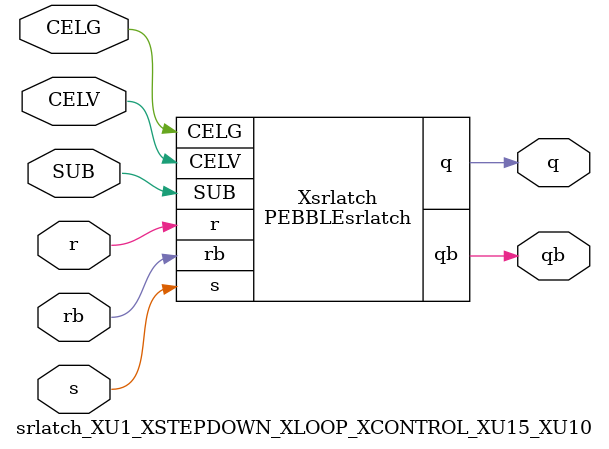
<source format=v>



module PEBBLEsrlatch ( q, qb, CELG, CELV, SUB, r, rb, s );

  input CELV;
  input s;
  output q;
  input rb;
  input r;
  input SUB;
  input CELG;
  output qb;
endmodule

//Celera Confidential Do Not Copy srlatch_XU1_XSTEPDOWN_XLOOP_XCONTROL_XU15_XU10
//Celera Confidential Symbol Generator
//SR Latch
module srlatch_XU1_XSTEPDOWN_XLOOP_XCONTROL_XU15_XU10 (CELV,CELG,s,r,rb,q,qb,SUB);
input CELV;
input CELG;
input s;
input r;
input rb;
input SUB;
output q;
output qb;

//Celera Confidential Do Not Copy srlatch
PEBBLEsrlatch Xsrlatch(
.CELV (CELV),
.r (r),
.s (s),
.q (q),
.qb (qb),
.rb (rb),
.SUB (SUB),
.CELG (CELG)
);
//,diesize,PEBBLEsrlatch

//Celera Confidential Do Not Copy Module End
//Celera Schematic Generator
endmodule

</source>
